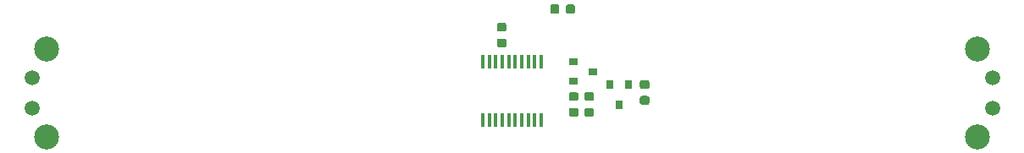
<source format=gbr>
G04 #@! TF.GenerationSoftware,KiCad,Pcbnew,(5.1.2)-2*
G04 #@! TF.CreationDate,2020-03-05T19:43:02-05:00*
G04 #@! TF.ProjectId,AddressableLED,41646472-6573-4736-9162-6c654c45442e,rev?*
G04 #@! TF.SameCoordinates,Original*
G04 #@! TF.FileFunction,Soldermask,Bot*
G04 #@! TF.FilePolarity,Negative*
%FSLAX46Y46*%
G04 Gerber Fmt 4.6, Leading zero omitted, Abs format (unit mm)*
G04 Created by KiCad (PCBNEW (5.1.2)-2) date 2020-03-05 19:43:02*
%MOMM*%
%LPD*%
G04 APERTURE LIST*
%ADD10C,0.100000*%
%ADD11C,0.875000*%
%ADD12R,0.450000X1.450000*%
%ADD13C,1.500000*%
%ADD14C,2.500000*%
%ADD15R,0.900000X0.800000*%
%ADD16R,0.800000X0.900000*%
G04 APERTURE END LIST*
D10*
G36*
X139227691Y-102976053D02*
G01*
X139248926Y-102979203D01*
X139269750Y-102984419D01*
X139289962Y-102991651D01*
X139309368Y-103000830D01*
X139327781Y-103011866D01*
X139345024Y-103024654D01*
X139360930Y-103039070D01*
X139375346Y-103054976D01*
X139388134Y-103072219D01*
X139399170Y-103090632D01*
X139408349Y-103110038D01*
X139415581Y-103130250D01*
X139420797Y-103151074D01*
X139423947Y-103172309D01*
X139425000Y-103193750D01*
X139425000Y-103631250D01*
X139423947Y-103652691D01*
X139420797Y-103673926D01*
X139415581Y-103694750D01*
X139408349Y-103714962D01*
X139399170Y-103734368D01*
X139388134Y-103752781D01*
X139375346Y-103770024D01*
X139360930Y-103785930D01*
X139345024Y-103800346D01*
X139327781Y-103813134D01*
X139309368Y-103824170D01*
X139289962Y-103833349D01*
X139269750Y-103840581D01*
X139248926Y-103845797D01*
X139227691Y-103848947D01*
X139206250Y-103850000D01*
X138693750Y-103850000D01*
X138672309Y-103848947D01*
X138651074Y-103845797D01*
X138630250Y-103840581D01*
X138610038Y-103833349D01*
X138590632Y-103824170D01*
X138572219Y-103813134D01*
X138554976Y-103800346D01*
X138539070Y-103785930D01*
X138524654Y-103770024D01*
X138511866Y-103752781D01*
X138500830Y-103734368D01*
X138491651Y-103714962D01*
X138484419Y-103694750D01*
X138479203Y-103673926D01*
X138476053Y-103652691D01*
X138475000Y-103631250D01*
X138475000Y-103193750D01*
X138476053Y-103172309D01*
X138479203Y-103151074D01*
X138484419Y-103130250D01*
X138491651Y-103110038D01*
X138500830Y-103090632D01*
X138511866Y-103072219D01*
X138524654Y-103054976D01*
X138539070Y-103039070D01*
X138554976Y-103024654D01*
X138572219Y-103011866D01*
X138590632Y-103000830D01*
X138610038Y-102991651D01*
X138630250Y-102984419D01*
X138651074Y-102979203D01*
X138672309Y-102976053D01*
X138693750Y-102975000D01*
X139206250Y-102975000D01*
X139227691Y-102976053D01*
X139227691Y-102976053D01*
G37*
D11*
X138950000Y-103412500D03*
D10*
G36*
X139227691Y-104551053D02*
G01*
X139248926Y-104554203D01*
X139269750Y-104559419D01*
X139289962Y-104566651D01*
X139309368Y-104575830D01*
X139327781Y-104586866D01*
X139345024Y-104599654D01*
X139360930Y-104614070D01*
X139375346Y-104629976D01*
X139388134Y-104647219D01*
X139399170Y-104665632D01*
X139408349Y-104685038D01*
X139415581Y-104705250D01*
X139420797Y-104726074D01*
X139423947Y-104747309D01*
X139425000Y-104768750D01*
X139425000Y-105206250D01*
X139423947Y-105227691D01*
X139420797Y-105248926D01*
X139415581Y-105269750D01*
X139408349Y-105289962D01*
X139399170Y-105309368D01*
X139388134Y-105327781D01*
X139375346Y-105345024D01*
X139360930Y-105360930D01*
X139345024Y-105375346D01*
X139327781Y-105388134D01*
X139309368Y-105399170D01*
X139289962Y-105408349D01*
X139269750Y-105415581D01*
X139248926Y-105420797D01*
X139227691Y-105423947D01*
X139206250Y-105425000D01*
X138693750Y-105425000D01*
X138672309Y-105423947D01*
X138651074Y-105420797D01*
X138630250Y-105415581D01*
X138610038Y-105408349D01*
X138590632Y-105399170D01*
X138572219Y-105388134D01*
X138554976Y-105375346D01*
X138539070Y-105360930D01*
X138524654Y-105345024D01*
X138511866Y-105327781D01*
X138500830Y-105309368D01*
X138491651Y-105289962D01*
X138484419Y-105269750D01*
X138479203Y-105248926D01*
X138476053Y-105227691D01*
X138475000Y-105206250D01*
X138475000Y-104768750D01*
X138476053Y-104747309D01*
X138479203Y-104726074D01*
X138484419Y-104705250D01*
X138491651Y-104685038D01*
X138500830Y-104665632D01*
X138511866Y-104647219D01*
X138524654Y-104629976D01*
X138539070Y-104614070D01*
X138554976Y-104599654D01*
X138572219Y-104586866D01*
X138590632Y-104575830D01*
X138610038Y-104566651D01*
X138630250Y-104559419D01*
X138651074Y-104554203D01*
X138672309Y-104551053D01*
X138693750Y-104550000D01*
X139206250Y-104550000D01*
X139227691Y-104551053D01*
X139227691Y-104551053D01*
G37*
D11*
X138950000Y-104987500D03*
D10*
G36*
X146077691Y-101126053D02*
G01*
X146098926Y-101129203D01*
X146119750Y-101134419D01*
X146139962Y-101141651D01*
X146159368Y-101150830D01*
X146177781Y-101161866D01*
X146195024Y-101174654D01*
X146210930Y-101189070D01*
X146225346Y-101204976D01*
X146238134Y-101222219D01*
X146249170Y-101240632D01*
X146258349Y-101260038D01*
X146265581Y-101280250D01*
X146270797Y-101301074D01*
X146273947Y-101322309D01*
X146275000Y-101343750D01*
X146275000Y-101856250D01*
X146273947Y-101877691D01*
X146270797Y-101898926D01*
X146265581Y-101919750D01*
X146258349Y-101939962D01*
X146249170Y-101959368D01*
X146238134Y-101977781D01*
X146225346Y-101995024D01*
X146210930Y-102010930D01*
X146195024Y-102025346D01*
X146177781Y-102038134D01*
X146159368Y-102049170D01*
X146139962Y-102058349D01*
X146119750Y-102065581D01*
X146098926Y-102070797D01*
X146077691Y-102073947D01*
X146056250Y-102075000D01*
X145618750Y-102075000D01*
X145597309Y-102073947D01*
X145576074Y-102070797D01*
X145555250Y-102065581D01*
X145535038Y-102058349D01*
X145515632Y-102049170D01*
X145497219Y-102038134D01*
X145479976Y-102025346D01*
X145464070Y-102010930D01*
X145449654Y-101995024D01*
X145436866Y-101977781D01*
X145425830Y-101959368D01*
X145416651Y-101939962D01*
X145409419Y-101919750D01*
X145404203Y-101898926D01*
X145401053Y-101877691D01*
X145400000Y-101856250D01*
X145400000Y-101343750D01*
X145401053Y-101322309D01*
X145404203Y-101301074D01*
X145409419Y-101280250D01*
X145416651Y-101260038D01*
X145425830Y-101240632D01*
X145436866Y-101222219D01*
X145449654Y-101204976D01*
X145464070Y-101189070D01*
X145479976Y-101174654D01*
X145497219Y-101161866D01*
X145515632Y-101150830D01*
X145535038Y-101141651D01*
X145555250Y-101134419D01*
X145576074Y-101129203D01*
X145597309Y-101126053D01*
X145618750Y-101125000D01*
X146056250Y-101125000D01*
X146077691Y-101126053D01*
X146077691Y-101126053D01*
G37*
D11*
X145837500Y-101600000D03*
D10*
G36*
X144502691Y-101126053D02*
G01*
X144523926Y-101129203D01*
X144544750Y-101134419D01*
X144564962Y-101141651D01*
X144584368Y-101150830D01*
X144602781Y-101161866D01*
X144620024Y-101174654D01*
X144635930Y-101189070D01*
X144650346Y-101204976D01*
X144663134Y-101222219D01*
X144674170Y-101240632D01*
X144683349Y-101260038D01*
X144690581Y-101280250D01*
X144695797Y-101301074D01*
X144698947Y-101322309D01*
X144700000Y-101343750D01*
X144700000Y-101856250D01*
X144698947Y-101877691D01*
X144695797Y-101898926D01*
X144690581Y-101919750D01*
X144683349Y-101939962D01*
X144674170Y-101959368D01*
X144663134Y-101977781D01*
X144650346Y-101995024D01*
X144635930Y-102010930D01*
X144620024Y-102025346D01*
X144602781Y-102038134D01*
X144584368Y-102049170D01*
X144564962Y-102058349D01*
X144544750Y-102065581D01*
X144523926Y-102070797D01*
X144502691Y-102073947D01*
X144481250Y-102075000D01*
X144043750Y-102075000D01*
X144022309Y-102073947D01*
X144001074Y-102070797D01*
X143980250Y-102065581D01*
X143960038Y-102058349D01*
X143940632Y-102049170D01*
X143922219Y-102038134D01*
X143904976Y-102025346D01*
X143889070Y-102010930D01*
X143874654Y-101995024D01*
X143861866Y-101977781D01*
X143850830Y-101959368D01*
X143841651Y-101939962D01*
X143834419Y-101919750D01*
X143829203Y-101898926D01*
X143826053Y-101877691D01*
X143825000Y-101856250D01*
X143825000Y-101343750D01*
X143826053Y-101322309D01*
X143829203Y-101301074D01*
X143834419Y-101280250D01*
X143841651Y-101260038D01*
X143850830Y-101240632D01*
X143861866Y-101222219D01*
X143874654Y-101204976D01*
X143889070Y-101189070D01*
X143904976Y-101174654D01*
X143922219Y-101161866D01*
X143940632Y-101150830D01*
X143960038Y-101141651D01*
X143980250Y-101134419D01*
X144001074Y-101129203D01*
X144022309Y-101126053D01*
X144043750Y-101125000D01*
X144481250Y-101125000D01*
X144502691Y-101126053D01*
X144502691Y-101126053D01*
G37*
D11*
X144262500Y-101600000D03*
D12*
X137075000Y-112750000D03*
X137725000Y-112750000D03*
X138375000Y-112750000D03*
X139025000Y-112750000D03*
X139675000Y-112750000D03*
X140325000Y-112750000D03*
X140975000Y-112750000D03*
X141625000Y-112750000D03*
X142275000Y-112750000D03*
X142925000Y-112750000D03*
X142925000Y-106850000D03*
X142275000Y-106850000D03*
X141625000Y-106850000D03*
X140975000Y-106850000D03*
X140325000Y-106850000D03*
X139675000Y-106850000D03*
X139025000Y-106850000D03*
X138375000Y-106850000D03*
X137725000Y-106850000D03*
X137075000Y-106850000D03*
D13*
X188000000Y-108500000D03*
D14*
X186500000Y-105600000D03*
D13*
X188000000Y-111500000D03*
D14*
X186500000Y-114400000D03*
D13*
X92000000Y-111500000D03*
D14*
X93500000Y-114400000D03*
D13*
X92000000Y-108500000D03*
D14*
X93500000Y-105600000D03*
D10*
G36*
X146427691Y-111501053D02*
G01*
X146448926Y-111504203D01*
X146469750Y-111509419D01*
X146489962Y-111516651D01*
X146509368Y-111525830D01*
X146527781Y-111536866D01*
X146545024Y-111549654D01*
X146560930Y-111564070D01*
X146575346Y-111579976D01*
X146588134Y-111597219D01*
X146599170Y-111615632D01*
X146608349Y-111635038D01*
X146615581Y-111655250D01*
X146620797Y-111676074D01*
X146623947Y-111697309D01*
X146625000Y-111718750D01*
X146625000Y-112156250D01*
X146623947Y-112177691D01*
X146620797Y-112198926D01*
X146615581Y-112219750D01*
X146608349Y-112239962D01*
X146599170Y-112259368D01*
X146588134Y-112277781D01*
X146575346Y-112295024D01*
X146560930Y-112310930D01*
X146545024Y-112325346D01*
X146527781Y-112338134D01*
X146509368Y-112349170D01*
X146489962Y-112358349D01*
X146469750Y-112365581D01*
X146448926Y-112370797D01*
X146427691Y-112373947D01*
X146406250Y-112375000D01*
X145893750Y-112375000D01*
X145872309Y-112373947D01*
X145851074Y-112370797D01*
X145830250Y-112365581D01*
X145810038Y-112358349D01*
X145790632Y-112349170D01*
X145772219Y-112338134D01*
X145754976Y-112325346D01*
X145739070Y-112310930D01*
X145724654Y-112295024D01*
X145711866Y-112277781D01*
X145700830Y-112259368D01*
X145691651Y-112239962D01*
X145684419Y-112219750D01*
X145679203Y-112198926D01*
X145676053Y-112177691D01*
X145675000Y-112156250D01*
X145675000Y-111718750D01*
X145676053Y-111697309D01*
X145679203Y-111676074D01*
X145684419Y-111655250D01*
X145691651Y-111635038D01*
X145700830Y-111615632D01*
X145711866Y-111597219D01*
X145724654Y-111579976D01*
X145739070Y-111564070D01*
X145754976Y-111549654D01*
X145772219Y-111536866D01*
X145790632Y-111525830D01*
X145810038Y-111516651D01*
X145830250Y-111509419D01*
X145851074Y-111504203D01*
X145872309Y-111501053D01*
X145893750Y-111500000D01*
X146406250Y-111500000D01*
X146427691Y-111501053D01*
X146427691Y-111501053D01*
G37*
D11*
X146150000Y-111937500D03*
D10*
G36*
X146427691Y-109926053D02*
G01*
X146448926Y-109929203D01*
X146469750Y-109934419D01*
X146489962Y-109941651D01*
X146509368Y-109950830D01*
X146527781Y-109961866D01*
X146545024Y-109974654D01*
X146560930Y-109989070D01*
X146575346Y-110004976D01*
X146588134Y-110022219D01*
X146599170Y-110040632D01*
X146608349Y-110060038D01*
X146615581Y-110080250D01*
X146620797Y-110101074D01*
X146623947Y-110122309D01*
X146625000Y-110143750D01*
X146625000Y-110581250D01*
X146623947Y-110602691D01*
X146620797Y-110623926D01*
X146615581Y-110644750D01*
X146608349Y-110664962D01*
X146599170Y-110684368D01*
X146588134Y-110702781D01*
X146575346Y-110720024D01*
X146560930Y-110735930D01*
X146545024Y-110750346D01*
X146527781Y-110763134D01*
X146509368Y-110774170D01*
X146489962Y-110783349D01*
X146469750Y-110790581D01*
X146448926Y-110795797D01*
X146427691Y-110798947D01*
X146406250Y-110800000D01*
X145893750Y-110800000D01*
X145872309Y-110798947D01*
X145851074Y-110795797D01*
X145830250Y-110790581D01*
X145810038Y-110783349D01*
X145790632Y-110774170D01*
X145772219Y-110763134D01*
X145754976Y-110750346D01*
X145739070Y-110735930D01*
X145724654Y-110720024D01*
X145711866Y-110702781D01*
X145700830Y-110684368D01*
X145691651Y-110664962D01*
X145684419Y-110644750D01*
X145679203Y-110623926D01*
X145676053Y-110602691D01*
X145675000Y-110581250D01*
X145675000Y-110143750D01*
X145676053Y-110122309D01*
X145679203Y-110101074D01*
X145684419Y-110080250D01*
X145691651Y-110060038D01*
X145700830Y-110040632D01*
X145711866Y-110022219D01*
X145724654Y-110004976D01*
X145739070Y-109989070D01*
X145754976Y-109974654D01*
X145772219Y-109961866D01*
X145790632Y-109950830D01*
X145810038Y-109941651D01*
X145830250Y-109934419D01*
X145851074Y-109929203D01*
X145872309Y-109926053D01*
X145893750Y-109925000D01*
X146406250Y-109925000D01*
X146427691Y-109926053D01*
X146427691Y-109926053D01*
G37*
D11*
X146150000Y-110362500D03*
D15*
X148100000Y-107850000D03*
X146100000Y-106900000D03*
X146100000Y-108800000D03*
D16*
X150700000Y-111150000D03*
X151650000Y-109150000D03*
X149750000Y-109150000D03*
D10*
G36*
X147977691Y-111501053D02*
G01*
X147998926Y-111504203D01*
X148019750Y-111509419D01*
X148039962Y-111516651D01*
X148059368Y-111525830D01*
X148077781Y-111536866D01*
X148095024Y-111549654D01*
X148110930Y-111564070D01*
X148125346Y-111579976D01*
X148138134Y-111597219D01*
X148149170Y-111615632D01*
X148158349Y-111635038D01*
X148165581Y-111655250D01*
X148170797Y-111676074D01*
X148173947Y-111697309D01*
X148175000Y-111718750D01*
X148175000Y-112156250D01*
X148173947Y-112177691D01*
X148170797Y-112198926D01*
X148165581Y-112219750D01*
X148158349Y-112239962D01*
X148149170Y-112259368D01*
X148138134Y-112277781D01*
X148125346Y-112295024D01*
X148110930Y-112310930D01*
X148095024Y-112325346D01*
X148077781Y-112338134D01*
X148059368Y-112349170D01*
X148039962Y-112358349D01*
X148019750Y-112365581D01*
X147998926Y-112370797D01*
X147977691Y-112373947D01*
X147956250Y-112375000D01*
X147443750Y-112375000D01*
X147422309Y-112373947D01*
X147401074Y-112370797D01*
X147380250Y-112365581D01*
X147360038Y-112358349D01*
X147340632Y-112349170D01*
X147322219Y-112338134D01*
X147304976Y-112325346D01*
X147289070Y-112310930D01*
X147274654Y-112295024D01*
X147261866Y-112277781D01*
X147250830Y-112259368D01*
X147241651Y-112239962D01*
X147234419Y-112219750D01*
X147229203Y-112198926D01*
X147226053Y-112177691D01*
X147225000Y-112156250D01*
X147225000Y-111718750D01*
X147226053Y-111697309D01*
X147229203Y-111676074D01*
X147234419Y-111655250D01*
X147241651Y-111635038D01*
X147250830Y-111615632D01*
X147261866Y-111597219D01*
X147274654Y-111579976D01*
X147289070Y-111564070D01*
X147304976Y-111549654D01*
X147322219Y-111536866D01*
X147340632Y-111525830D01*
X147360038Y-111516651D01*
X147380250Y-111509419D01*
X147401074Y-111504203D01*
X147422309Y-111501053D01*
X147443750Y-111500000D01*
X147956250Y-111500000D01*
X147977691Y-111501053D01*
X147977691Y-111501053D01*
G37*
D11*
X147700000Y-111937500D03*
D10*
G36*
X147977691Y-109926053D02*
G01*
X147998926Y-109929203D01*
X148019750Y-109934419D01*
X148039962Y-109941651D01*
X148059368Y-109950830D01*
X148077781Y-109961866D01*
X148095024Y-109974654D01*
X148110930Y-109989070D01*
X148125346Y-110004976D01*
X148138134Y-110022219D01*
X148149170Y-110040632D01*
X148158349Y-110060038D01*
X148165581Y-110080250D01*
X148170797Y-110101074D01*
X148173947Y-110122309D01*
X148175000Y-110143750D01*
X148175000Y-110581250D01*
X148173947Y-110602691D01*
X148170797Y-110623926D01*
X148165581Y-110644750D01*
X148158349Y-110664962D01*
X148149170Y-110684368D01*
X148138134Y-110702781D01*
X148125346Y-110720024D01*
X148110930Y-110735930D01*
X148095024Y-110750346D01*
X148077781Y-110763134D01*
X148059368Y-110774170D01*
X148039962Y-110783349D01*
X148019750Y-110790581D01*
X147998926Y-110795797D01*
X147977691Y-110798947D01*
X147956250Y-110800000D01*
X147443750Y-110800000D01*
X147422309Y-110798947D01*
X147401074Y-110795797D01*
X147380250Y-110790581D01*
X147360038Y-110783349D01*
X147340632Y-110774170D01*
X147322219Y-110763134D01*
X147304976Y-110750346D01*
X147289070Y-110735930D01*
X147274654Y-110720024D01*
X147261866Y-110702781D01*
X147250830Y-110684368D01*
X147241651Y-110664962D01*
X147234419Y-110644750D01*
X147229203Y-110623926D01*
X147226053Y-110602691D01*
X147225000Y-110581250D01*
X147225000Y-110143750D01*
X147226053Y-110122309D01*
X147229203Y-110101074D01*
X147234419Y-110080250D01*
X147241651Y-110060038D01*
X147250830Y-110040632D01*
X147261866Y-110022219D01*
X147274654Y-110004976D01*
X147289070Y-109989070D01*
X147304976Y-109974654D01*
X147322219Y-109961866D01*
X147340632Y-109950830D01*
X147360038Y-109941651D01*
X147380250Y-109934419D01*
X147401074Y-109929203D01*
X147422309Y-109926053D01*
X147443750Y-109925000D01*
X147956250Y-109925000D01*
X147977691Y-109926053D01*
X147977691Y-109926053D01*
G37*
D11*
X147700000Y-110362500D03*
D10*
G36*
X153527691Y-110301053D02*
G01*
X153548926Y-110304203D01*
X153569750Y-110309419D01*
X153589962Y-110316651D01*
X153609368Y-110325830D01*
X153627781Y-110336866D01*
X153645024Y-110349654D01*
X153660930Y-110364070D01*
X153675346Y-110379976D01*
X153688134Y-110397219D01*
X153699170Y-110415632D01*
X153708349Y-110435038D01*
X153715581Y-110455250D01*
X153720797Y-110476074D01*
X153723947Y-110497309D01*
X153725000Y-110518750D01*
X153725000Y-110956250D01*
X153723947Y-110977691D01*
X153720797Y-110998926D01*
X153715581Y-111019750D01*
X153708349Y-111039962D01*
X153699170Y-111059368D01*
X153688134Y-111077781D01*
X153675346Y-111095024D01*
X153660930Y-111110930D01*
X153645024Y-111125346D01*
X153627781Y-111138134D01*
X153609368Y-111149170D01*
X153589962Y-111158349D01*
X153569750Y-111165581D01*
X153548926Y-111170797D01*
X153527691Y-111173947D01*
X153506250Y-111175000D01*
X152993750Y-111175000D01*
X152972309Y-111173947D01*
X152951074Y-111170797D01*
X152930250Y-111165581D01*
X152910038Y-111158349D01*
X152890632Y-111149170D01*
X152872219Y-111138134D01*
X152854976Y-111125346D01*
X152839070Y-111110930D01*
X152824654Y-111095024D01*
X152811866Y-111077781D01*
X152800830Y-111059368D01*
X152791651Y-111039962D01*
X152784419Y-111019750D01*
X152779203Y-110998926D01*
X152776053Y-110977691D01*
X152775000Y-110956250D01*
X152775000Y-110518750D01*
X152776053Y-110497309D01*
X152779203Y-110476074D01*
X152784419Y-110455250D01*
X152791651Y-110435038D01*
X152800830Y-110415632D01*
X152811866Y-110397219D01*
X152824654Y-110379976D01*
X152839070Y-110364070D01*
X152854976Y-110349654D01*
X152872219Y-110336866D01*
X152890632Y-110325830D01*
X152910038Y-110316651D01*
X152930250Y-110309419D01*
X152951074Y-110304203D01*
X152972309Y-110301053D01*
X152993750Y-110300000D01*
X153506250Y-110300000D01*
X153527691Y-110301053D01*
X153527691Y-110301053D01*
G37*
D11*
X153250000Y-110737500D03*
D10*
G36*
X153527691Y-108726053D02*
G01*
X153548926Y-108729203D01*
X153569750Y-108734419D01*
X153589962Y-108741651D01*
X153609368Y-108750830D01*
X153627781Y-108761866D01*
X153645024Y-108774654D01*
X153660930Y-108789070D01*
X153675346Y-108804976D01*
X153688134Y-108822219D01*
X153699170Y-108840632D01*
X153708349Y-108860038D01*
X153715581Y-108880250D01*
X153720797Y-108901074D01*
X153723947Y-108922309D01*
X153725000Y-108943750D01*
X153725000Y-109381250D01*
X153723947Y-109402691D01*
X153720797Y-109423926D01*
X153715581Y-109444750D01*
X153708349Y-109464962D01*
X153699170Y-109484368D01*
X153688134Y-109502781D01*
X153675346Y-109520024D01*
X153660930Y-109535930D01*
X153645024Y-109550346D01*
X153627781Y-109563134D01*
X153609368Y-109574170D01*
X153589962Y-109583349D01*
X153569750Y-109590581D01*
X153548926Y-109595797D01*
X153527691Y-109598947D01*
X153506250Y-109600000D01*
X152993750Y-109600000D01*
X152972309Y-109598947D01*
X152951074Y-109595797D01*
X152930250Y-109590581D01*
X152910038Y-109583349D01*
X152890632Y-109574170D01*
X152872219Y-109563134D01*
X152854976Y-109550346D01*
X152839070Y-109535930D01*
X152824654Y-109520024D01*
X152811866Y-109502781D01*
X152800830Y-109484368D01*
X152791651Y-109464962D01*
X152784419Y-109444750D01*
X152779203Y-109423926D01*
X152776053Y-109402691D01*
X152775000Y-109381250D01*
X152775000Y-108943750D01*
X152776053Y-108922309D01*
X152779203Y-108901074D01*
X152784419Y-108880250D01*
X152791651Y-108860038D01*
X152800830Y-108840632D01*
X152811866Y-108822219D01*
X152824654Y-108804976D01*
X152839070Y-108789070D01*
X152854976Y-108774654D01*
X152872219Y-108761866D01*
X152890632Y-108750830D01*
X152910038Y-108741651D01*
X152930250Y-108734419D01*
X152951074Y-108729203D01*
X152972309Y-108726053D01*
X152993750Y-108725000D01*
X153506250Y-108725000D01*
X153527691Y-108726053D01*
X153527691Y-108726053D01*
G37*
D11*
X153250000Y-109162500D03*
M02*

</source>
